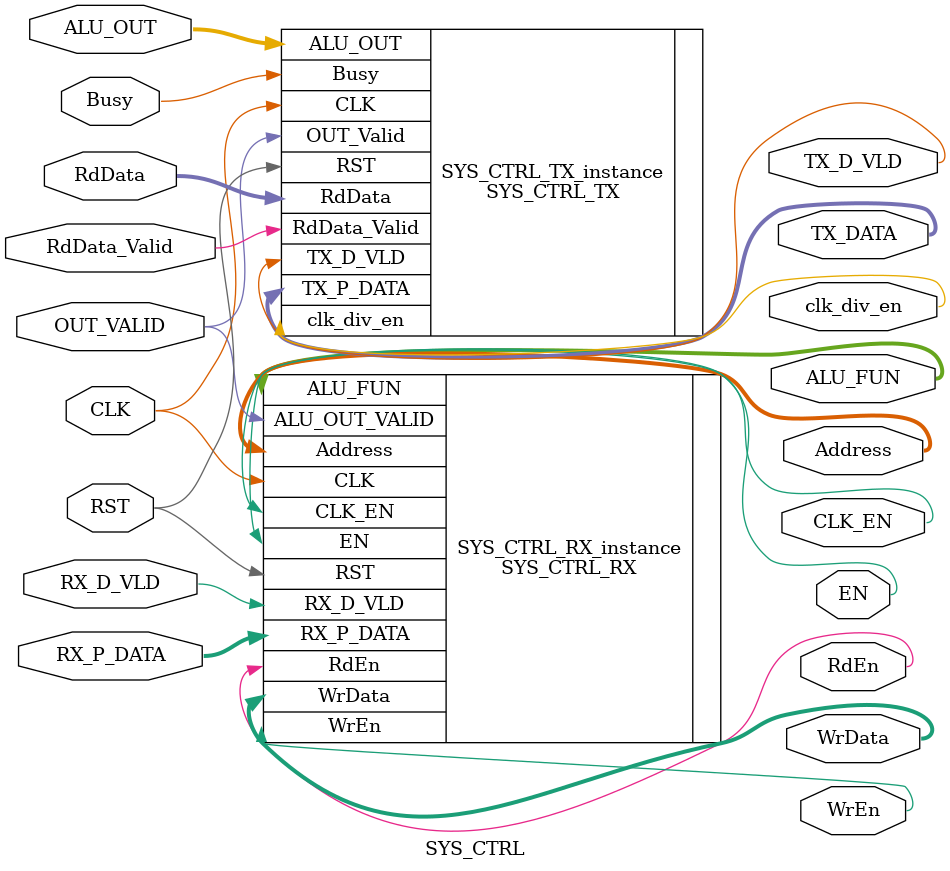
<source format=v>
module SYS_CTRL(
	input  wire             CLK,
    input  wire             RST,
    input  wire     [7:0]   RX_P_DATA,
    input  wire             RX_D_VLD,
    input  wire     [15:0]  ALU_OUT,
    input  wire             OUT_VALID,
    input  wire     [7:0]   RdData,
    input  wire             RdData_Valid,
    input  wire             Busy,
    output wire     [3:0]   ALU_FUN,
    output wire             EN,
    output wire             CLK_EN,
    output wire             WrEn,
    output wire             RdEn,
    output wire     [3:0]   Address,
    output wire     [7:0]   WrData,
    output wire     [7:0]   TX_DATA,
    output wire             TX_D_VLD,
    output wire             clk_div_en
);
	
	
SYS_CTRL_RX SYS_CTRL_RX_instance (
    .CLK(CLK),
    .RST(RST),
    .RX_P_DATA(RX_P_DATA),
    .RX_D_VLD(RX_D_VLD),
    .ALU_FUN(ALU_FUN),
    .EN(EN),
    .CLK_EN(CLK_EN),
    .WrEn(WrEn),
    .RdEn(RdEn),
    .Address(Address),
    .WrData(WrData),
    .ALU_OUT_VALID(OUT_VALID)
);

SYS_CTRL_TX SYS_CTRL_TX_instance (
    .CLK(CLK),
    .RST(RST),
    .ALU_OUT(ALU_OUT),
    .OUT_Valid(OUT_VALID),
    .RdData(RdData),
    .RdData_Valid(RdData_Valid),
    .Busy(Busy),
    .TX_P_DATA(TX_DATA),
    .TX_D_VLD(TX_D_VLD),
    .clk_div_en(clk_div_en)
);
endmodule

</source>
